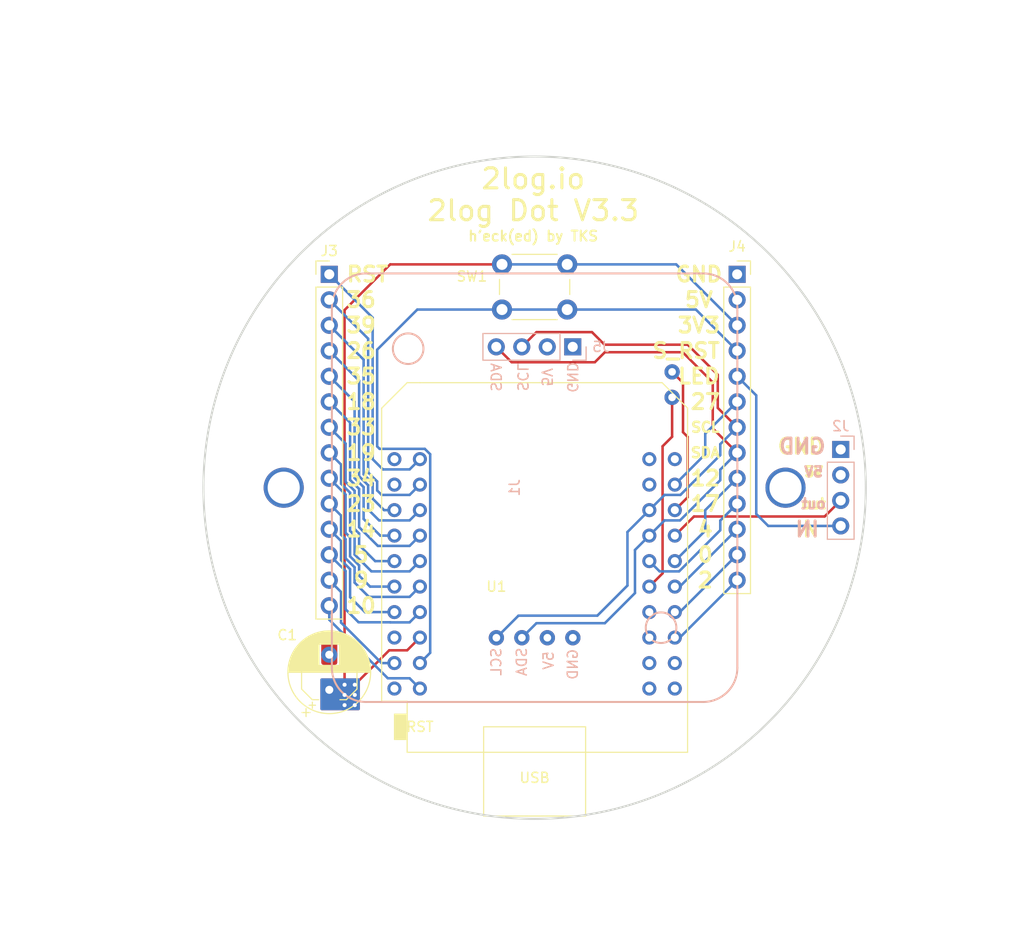
<source format=kicad_pcb>
(kicad_pcb (version 20211014) (generator pcbnew)
  (title_block (title "2log Dot") (date "2022-02-10") (rev "3.2") (company "2log.io, h'ecked by TKS"))
  (layers (0 "F.Cu" signal) (1 "In1.Cu" signal) (2 "In2.Cu" signal) (31 "B.Cu" signal) (34 "B.Paste" user) (35 "F.Paste" user) (36 "B.SilkS" user "B.Silkscreen") (37 "F.SilkS" user "F.Silkscreen") (38 "B.Mask" user) (39 "F.Mask" user) (44 "Edge.Cuts" user))
  (net 0 "")
  (net 1 "+3V3")
  (net 2 "GND")
  (net 3 "/SCL")
  (net 4 "/SDA")
  (net 5 "+5V")
  (net 6 "/NFC_IRQ")
  (net 7 "/NRF_RST")
  (net 8 "/NEOPIXEL")
  (net 9 "/S_RES")
  (net 14 "/RST")
  (net 15 "/IO_36")
  (net 16 "/IO_39")
  (net 17 "/IO_26")
  (net 18 "/IO_35")
  (net 19 "/IO_18")
  (net 22 "/IO_33")
  (net 24 "/IO_19")
  (net 26 "/IO_34")
  (net 27 "/IO_23")
  (net 28 "/IO_14")
  (net 29 "/IO_05")
  (net 30 "/IO_09")
  (net 31 "/IO_10")
  (net 32 "/IO_27")
  (net 33 "/IO_17")
  (net 34 "/IO_12")
  (net 35 "/IO_04")
  (net 36 "/IO_00")
  (net 38 "/IO_02")
  (net 39 "/NEOPIXEL_OUT")
  (footprint "Connector_PinHeader_2.54mm:PinHeader_1x14_P2.54mm_Vertical" (layer "F.Cu") (at 129.54 78.74)
    (fp_text reference "J3" (at 0 -2.33) (layer "F.SilkS"))
    (fp_text value "Conn_01x14_Male")
    (pad "1" thru_hole rect locked (at 0 0) (size 1.7 1.7) (drill 1) (layers *.Cu *.Mask) (net 14 "/RST"))
    (pad "2" thru_hole oval locked (at 0 2.54) (size 1.7 1.7) (drill 1) (layers *.Cu *.Mask) (net 15 "/IO_36"))
    (pad "3" thru_hole oval locked (at 0 5.08) (size 1.7 1.7) (drill 1) (layers *.Cu *.Mask) (net 16 "/IO_39"))
    (pad "4" thru_hole oval locked (at 0 7.62) (size 1.7 1.7) (drill 1) (layers *.Cu *.Mask) (net 17 "/IO_26"))
    (pad "5" thru_hole oval locked (at 0 10.16) (size 1.7 1.7) (drill 1) (layers *.Cu *.Mask) (net 18 "/IO_35"))
    (pad "6" thru_hole oval locked (at 0 12.7) (size 1.7 1.7) (drill 1) (layers *.Cu *.Mask) (net 19 "/IO_18"))
    (pad "7" thru_hole oval locked (at 0 15.24) (size 1.7 1.7) (drill 1) (layers *.Cu *.Mask) (net 22 "/IO_33"))
    (pad "8" thru_hole oval locked (at 0 17.78) (size 1.7 1.7) (drill 1) (layers *.Cu *.Mask) (net 24 "/IO_19"))
    (pad "9" thru_hole oval locked (at 0 20.32) (size 1.7 1.7) (drill 1) (layers *.Cu *.Mask) (net 26 "/IO_34"))
    (pad "10" thru_hole oval locked (at 0 22.86) (size 1.7 1.7) (drill 1) (layers *.Cu *.Mask) (net 27 "/IO_23"))
    (pad "11" thru_hole oval locked (at 0 25.4) (size 1.7 1.7) (drill 1) (layers *.Cu *.Mask) (net 28 "/IO_14"))
    (pad "12" thru_hole oval locked (at 0 27.94) (size 1.7 1.7) (drill 1) (layers *.Cu *.Mask) (net 29 "/IO_05"))
    (pad "13" thru_hole oval locked (at 0 30.48) (size 1.7 1.7) (drill 1) (layers *.Cu *.Mask) (net 30 "/IO_09"))
    (pad "14" thru_hole oval locked (at 0 33.02) (size 1.7 1.7) (drill 1) (layers *.Cu *.Mask) (net 31 "/IO_10"))
  )
  (footprint "Capacitor_THT:CP_Radial_D8.0mm_P3.50mm" (layer "F.Cu") (at 129.54 120.142 90)
    (fp_text reference "C1_ALT" hide)
    (fp_text value "CP_Radial_D8.0mm_P3.50mm")
    (pad "1" thru_hole rect locked (at 0 0 90) (size 1.6 1.6) (drill 0.8) (layers *.Cu *.Mask) (net 1 "+3V3"))
    (pad "2" thru_hole circle locked (at 3.5 0 90) (size 1.6 1.6) (drill 0.8) (layers *.Cu *.Mask) (net 2 "GND"))
  )
  (footprint "Capacitor_SMD:CP_Elec_5x3" (layer "F.Cu") (at 129.54 118.364 90)
    (fp_text reference "C1" (at 3.683 -4.191) (layer "F.SilkS"))
    (fp_text value "10u+")
    (pad "1" smd roundrect locked (at -2.2 0 90) (size 3 1.6) (layers "F.Cu" "F.Paste" "F.Mask") (roundrect_rratio 0.15625) (net 1 "+3V3"))
    (pad "2" smd roundrect locked (at 2.2 0 90) (size 3 1.6) (layers "F.Cu" "F.Paste" "F.Mask") (roundrect_rratio 0.15625) (net 2 "GND"))
  )
  (footprint "Button_Switch_THT:SW_PUSH_6mm" (layer "F.Cu") (at 146.75 77.75)
    (fp_text reference "SW1" (at -3 1.2) (layer "F.SilkS"))
    (fp_text value "SOFT_RESET")
    (pad "1" thru_hole circle locked (at 0 0 90) (size 2 2) (drill 1.1) (layers *.Cu *.Mask) (net 1 "+3V3"))
    (pad "1" thru_hole circle locked (at 6.5 0 90) (size 2 2) (drill 1.1) (layers *.Cu *.Mask) (net 1 "+3V3"))
    (pad "2" thru_hole circle locked (at 0 4.5 90) (size 2 2) (drill 1.1) (layers *.Cu *.Mask) (net 9 "/S_RES"))
    (pad "2" thru_hole circle locked (at 6.5 4.5 90) (size 2 2) (drill 1.1) (layers *.Cu *.Mask) (net 9 "/S_RES"))
  )
  (footprint "ESP32_mini:ESP32_mini" (layer "F.Cu") (at 150 108.585)
    (fp_text reference "U1" (at -3.81 1.27) (layer "F.SilkS"))
    (fp_text value "mini_esp32")
    (fp_text user "RST" (at -11.43 15.24) (layer "F.SilkS"))
    (fp_text user "USB" (at 0 20.32) (layer "F.SilkS"))
    (pad "1" thru_hole circle locked (at -13.97 -11.43 270) (size 1.4 1.4) (drill 0.8) (layers *.Cu *.Mask) (net 2 "GND"))
    (pad "2" thru_hole circle locked (at -11.43 -11.43 270) (size 1.4 1.4) (drill 0.8) (layers *.Cu *.Mask) (net 14 "/RST"))
    (pad "3" thru_hole circle locked (at -13.97 -8.89 270) (size 1.4 1.4) (drill 0.8) (layers *.Cu *.Mask))
    (pad "4" thru_hole circle locked (at -11.43 -8.89 270) (size 1.4 1.4) (drill 0.8) (layers *.Cu *.Mask) (net 15 "/IO_36"))
    (pad "5" thru_hole circle locked (at -13.97 -6.35 270) (size 1.4 1.4) (drill 0.8) (layers *.Cu *.Mask) (net 16 "/IO_39"))
    (pad "6" thru_hole circle locked (at -11.43 -6.35 270) (size 1.4 1.4) (drill 0.8) (layers *.Cu *.Mask) (net 17 "/IO_26"))
    (pad "7" thru_hole circle locked (at -13.97 -3.81 270) (size 1.4 1.4) (drill 0.8) (layers *.Cu *.Mask) (net 18 "/IO_35"))
    (pad "8" thru_hole circle locked (at -11.43 -3.81 270) (size 1.4 1.4) (drill 0.8) (layers *.Cu *.Mask) (net 19 "/IO_18"))
    (pad "9" thru_hole circle locked (at -13.97 -1.27 270) (size 1.4 1.4) (drill 0.8) (layers *.Cu *.Mask) (net 22 "/IO_33"))
    (pad "10" thru_hole circle locked (at -11.43 -1.27 270) (size 1.4 1.4) (drill 0.8) (layers *.Cu *.Mask) (net 24 "/IO_19"))
    (pad "11" thru_hole circle locked (at -13.97 1.27 270) (size 1.4 1.4) (drill 0.8) (layers *.Cu *.Mask) (net 26 "/IO_34"))
    (pad "12" thru_hole circle locked (at -11.43 1.27 270) (size 1.4 1.4) (drill 0.8) (layers *.Cu *.Mask) (net 27 "/IO_23"))
    (pad "13" thru_hole circle locked (at -13.97 3.81 270) (size 1.4 1.4) (drill 0.8) (layers *.Cu *.Mask) (net 28 "/IO_14"))
    (pad "14" thru_hole circle locked (at -11.43 3.81 270) (size 1.4 1.4) (drill 0.8) (layers *.Cu *.Mask) (net 29 "/IO_05"))
    (pad "15" thru_hole circle locked (at -13.97 6.35 270) (size 1.4 1.4) (drill 0.8) (layers *.Cu *.Mask))
    (pad "16" thru_hole circle locked (at -11.43 6.35 270) (size 1.4 1.4) (drill 0.8) (layers *.Cu *.Mask) (net 1 "+3V3"))
    (pad "17" thru_hole circle locked (at -13.97 8.89 270) (size 1.4 1.4) (drill 0.8) (layers *.Cu *.Mask) (net 30 "/IO_09"))
    (pad "18" thru_hole circle locked (at -11.43 8.89 270) (size 1.4 1.4) (drill 0.8) (layers *.Cu *.Mask) (net 9 "/S_RES"))
    (pad "19" thru_hole circle locked (at -13.97 11.43 270) (size 1.4 1.4) (drill 0.8) (layers *.Cu *.Mask))
    (pad "20" thru_hole circle locked (at -11.43 11.43 270) (size 1.4 1.4) (drill 0.8) (layers *.Cu *.Mask) (net 31 "/IO_10"))
    (pad "21" thru_hole circle locked (at 11.43 -11.43 270) (size 1.4 1.4) (drill 0.8) (layers *.Cu *.Mask))
    (pad "22" thru_hole circle locked (at 13.97 -11.43 270) (size 1.4 1.4) (drill 0.8) (layers *.Cu *.Mask) (net 2 "GND"))
    (pad "23" thru_hole circle locked (at 11.43 -8.89 270) (size 1.4 1.4) (drill 0.8) (layers *.Cu *.Mask))
    (pad "24" thru_hole circle locked (at 13.97 -8.89 270) (size 1.4 1.4) (drill 0.8) (layers *.Cu *.Mask) (net 32 "/IO_27"))
    (pad "25" thru_hole circle locked (at 11.43 -6.35 270) (size 1.4 1.4) (drill 0.8) (layers *.Cu *.Mask) (net 3 "/SCL"))
    (pad "26" thru_hole circle locked (at 13.97 -6.35 270) (size 1.4 1.4) (drill 0.8) (layers *.Cu *.Mask) (net 7 "/NRF_RST"))
    (pad "27" thru_hole circle locked (at 11.43 -3.81 270) (size 1.4 1.4) (drill 0.8) (layers *.Cu *.Mask) (net 4 "/SDA"))
    (pad "28" thru_hole circle locked (at 13.97 -3.81 270) (size 1.4 1.4) (drill 0.8) (layers *.Cu *.Mask) (net 8 "/NEOPIXEL"))
    (pad "29" thru_hole circle locked (at 11.43 -1.27 270) (size 1.4 1.4) (drill 0.8) (layers *.Cu *.Mask) (net 33 "/IO_17"))
    (pad "30" thru_hole circle locked (at 13.97 -1.27 270) (size 1.4 1.4) (drill 0.8) (layers *.Cu *.Mask) (net 34 "/IO_12"))
    (pad "31" thru_hole circle locked (at 11.43 1.27 270) (size 1.4 1.4) (drill 0.8) (layers *.Cu *.Mask) (net 6 "/NFC_IRQ"))
    (pad "32" thru_hole circle locked (at 13.97 1.27 270) (size 1.4 1.4) (drill 0.8) (layers *.Cu *.Mask) (net 35 "/IO_04"))
    (pad "33" thru_hole circle locked (at 11.43 3.81 270) (size 1.4 1.4) (drill 0.8) (layers *.Cu *.Mask) (net 2 "GND"))
    (pad "34" thru_hole circle locked (at 13.97 3.81 270) (size 1.4 1.4) (drill 0.8) (layers *.Cu *.Mask) (net 36 "/IO_00"))
    (pad "35" thru_hole circle locked (at 11.43 6.35 270) (size 1.4 1.4) (drill 0.8) (layers *.Cu *.Mask) (net 5 "+5V"))
    (pad "36" thru_hole circle locked (at 13.97 6.35 270) (size 1.4 1.4) (drill 0.8) (layers *.Cu *.Mask) (net 38 "/IO_02"))
    (pad "37" thru_hole circle locked (at 11.43 8.89 270) (size 1.4 1.4) (drill 0.8) (layers *.Cu *.Mask))
    (pad "38" thru_hole circle locked (at 13.97 8.89 270) (size 1.4 1.4) (drill 0.8) (layers *.Cu *.Mask))
    (pad "39" thru_hole circle locked (at 11.43 11.43 270) (size 1.4 1.4) (drill 0.8) (layers *.Cu *.Mask))
    (pad "40" thru_hole circle locked (at 13.97 11.43 270) (size 1.4 1.4) (drill 0.8) (layers *.Cu *.Mask))
  )
  (footprint "Connector_PinSocket_2.54mm:PinSocket_1x13_P2.54mm_Vertical" (layer "F.Cu") (at 170.18 78.74)
    (fp_text reference "J4" (at 0 -2.77) (layer "F.SilkS"))
    (fp_text value "Conn_01x13_Male")
    (pad "1" thru_hole rect locked (at 0 0) (size 1.7 1.7) (drill 1) (layers *.Cu *.Mask) (net 2 "GND"))
    (pad "2" thru_hole oval locked (at 0 2.54) (size 1.7 1.7) (drill 1) (layers *.Cu *.Mask) (net 5 "+5V"))
    (pad "3" thru_hole oval locked (at 0 5.08) (size 1.7 1.7) (drill 1) (layers *.Cu *.Mask) (net 1 "+3V3"))
    (pad "4" thru_hole oval locked (at 0 7.62) (size 1.7 1.7) (drill 1) (layers *.Cu *.Mask) (net 9 "/S_RES"))
    (pad "5" thru_hole oval locked (at 0 10.16) (size 1.7 1.7) (drill 1) (layers *.Cu *.Mask) (net 39 "/NEOPIXEL_OUT"))
    (pad "6" thru_hole oval locked (at 0 12.7) (size 1.7 1.7) (drill 1) (layers *.Cu *.Mask) (net 32 "/IO_27"))
    (pad "7" thru_hole oval locked (at 0 15.24) (size 1.7 1.7) (drill 1) (layers *.Cu *.Mask) (net 3 "/SCL"))
    (pad "8" thru_hole oval locked (at 0 17.78) (size 1.7 1.7) (drill 1) (layers *.Cu *.Mask) (net 4 "/SDA"))
    (pad "9" thru_hole oval locked (at 0 20.32) (size 1.7 1.7) (drill 1) (layers *.Cu *.Mask) (net 34 "/IO_12"))
    (pad "10" thru_hole oval locked (at 0 22.86) (size 1.7 1.7) (drill 1) (layers *.Cu *.Mask) (net 33 "/IO_17"))
    (pad "11" thru_hole oval locked (at 0 25.4) (size 1.7 1.7) (drill 1) (layers *.Cu *.Mask) (net 35 "/IO_04"))
    (pad "12" thru_hole oval locked (at 0 27.94) (size 1.7 1.7) (drill 1) (layers *.Cu *.Mask) (net 36 "/IO_00"))
    (pad "13" thru_hole oval locked (at 0 30.48) (size 1.7 1.7) (drill 1) (layers *.Cu *.Mask) (net 38 "/IO_02"))
  )
  (footprint "Connector_PinHeader_2.54mm:PinHeader_1x04_P2.54mm_Vertical" (layer "B.Cu") (at 180.5 96.19 180)
    (fp_text reference "J2" (at 0 2.33) (layer "B.SilkS") (effects (justify mirror)))
    (fp_text value "NEOPIXEL_RING")
    (pad "1" thru_hole rect locked (at 0 0 180) (size 1.7 1.7) (drill 1) (layers *.Cu *.Mask) (net 2 "GND"))
    (pad "2" thru_hole oval locked (at 0 -2.54 180) (size 1.7 1.7) (drill 1) (layers *.Cu *.Mask) (net 5 "+5V"))
    (pad "3" thru_hole oval locked (at 0 -5.08 180) (size 1.7 1.7) (drill 1) (layers *.Cu *.Mask) (net 8 "/NEOPIXEL"))
    (pad "4" thru_hole oval locked (at 0 -7.62 180) (size 1.7 1.7) (drill 1) (layers *.Cu *.Mask) (net 39 "/NEOPIXEL_OUT"))
  )
  (footprint "Connector_PinHeader_2.54mm:PinHeader_1x04_P2.54mm_Vertical" (layer "B.Cu") (at 153.8 85.966 90)
    (fp_text reference "J5" (at 0 2.804) (layer "B.SilkS") (effects (justify mirror)))
    (fp_text value "I2C_OLED")
    (pad "1" thru_hole rect locked (at 0 0 90) (size 1.7 1.7) (drill 1) (layers *.Cu *.Mask) (net 2 "GND"))
    (pad "2" thru_hole oval locked (at 0 -2.54 90) (size 1.7 1.7) (drill 1) (layers *.Cu *.Mask) (net 5 "+5V"))
    (pad "3" thru_hole oval locked (at 0 -5.08 90) (size 1.7 1.7) (drill 1) (layers *.Cu *.Mask) (net 3 "/SCL"))
    (pad "4" thru_hole oval locked (at 0 -7.62 90) (size 1.7 1.7) (drill 1) (layers *.Cu *.Mask) (net 4 "/SDA"))
  )
  (footprint "2log:2log_elechouse_pn532" (layer "B.Cu") (at 150 100 -90)
    (fp_text reference "J1" (at 0 2 90 unlocked) (layer "B.SilkS") (effects (justify mirror)))
    (fp_text value "RFID")
    (pad "1" thru_hole circle (at 14.95 3.81 270) (size 1.524 1.524) (drill 0.762) (layers *.Cu *.Mask) (net 3 "/SCL"))
    (pad "2" thru_hole circle (at 14.95 1.27 270) (size 1.524 1.524) (drill 0.762) (layers *.Cu *.Mask) (net 4 "/SDA"))
    (pad "3" thru_hole circle (at 14.95 -1.27 270) (size 1.524 1.524) (drill 0.762) (layers *.Cu *.Mask) (net 5 "+5V"))
    (pad "4" thru_hole circle (at 14.95 -3.81 270) (size 1.524 1.524) (drill 0.762) (layers *.Cu *.Mask) (net 2 "GND"))
    (pad "5" thru_hole circle (at -9 -13.7 270) (size 1.524 1.524) (drill 0.762) (layers *.Cu *.Mask) (net 6 "/NFC_IRQ"))
    (pad "6" thru_hole circle (at -11.54 -13.7 270) (size 1.524 1.524) (drill 0.762) (layers *.Cu *.Mask) (net 7 "/NRF_RST"))
  )
  (gr_circle (center 150 100) (end 183 100) (layer "Edge.Cuts") (width 0.2) (fill none))
  (gr_text "GND" (at 153.75 89 270) (layer "B.SilkS") (effects (font (size 1 1)) (justify mirror)))
  (gr_text "GND" (at 153.797 117.602 90) (layer "B.SilkS") (effects (font (size 1 1)) (justify mirror)))
  (gr_text "SDA" (at 148.717 117.348 90) (layer "B.SilkS") (effects (font (size 1 1)) (justify mirror)))
  (gr_text "SCL" (at 148.797 89 270) (layer "B.SilkS") (effects (font (size 1 1)) (justify mirror)))
  (gr_text "5V" (at 151.384 117.221 90) (layer "B.SilkS") (effects (font (size 1 1)) (justify mirror)))
  (gr_text "5V" (at 151.21 89 270) (layer "B.SilkS") (effects (font (size 1 1)) (justify mirror)))
  (gr_text "IN" (at 177.165 104.14) (layer "B.SilkS") (effects (font (size 1.5 1.5) (thickness 0.3)) (justify mirror)))
  (gr_text "SDA" (at 146.13 89 270) (layer "B.SilkS") (effects (font (size 1 1)) (justify mirror)))
  (gr_text "out" (at 177.8 101.6) (layer "B.SilkS") (effects (font (size 1 1) (thickness 0.25)) (justify mirror)))
  (gr_text "GND" (at 176.679762 95.885) (layer "B.SilkS") (effects (font (size 1.5 1.5) (thickness 0.3)) (justify mirror)))
  (gr_text "5V" (at 177.8 98.425) (layer "B.SilkS") (effects (font (size 1 1) (thickness 0.25)) (justify mirror)))
  (gr_text "SCL" (at 146.177 117.348 90) (layer "B.SilkS") (effects (font (size 1 1)) (justify mirror)))
  (gr_text "LED" (at 166.37 88.9) (layer "F.SilkS") (effects (font (size 1.5 1.5) (thickness 0.3))))
  (gr_text "17" (at 167.005 101.6) (layer "F.SilkS") (effects (font (size 1.5 1.5) (thickness 0.3))))
  (gr_text "14" (at 132.715 104.14) (layer "F.SilkS") (effects (font (size 1.5 1.5) (thickness 0.3))))
  (gr_text "GND" (at 166.37 78.74) (layer "F.SilkS") (effects (font (size 1.5 1.5) (thickness 0.3))))
  (gr_text "36" (at 132.715 81.279987) (layer "F.SilkS") (effects (font (size 1.5 1.5) (thickness 0.3))))
  (gr_text "19" (at 132.715 96.52) (layer "F.SilkS") (effects (font (size 1.5 1.5) (thickness 0.3))))
  (gr_text "5V" (at 177.8 98.425) (layer "F.SilkS") (effects (font (size 1 1) (thickness 0.25))))
  (gr_text "S_RST" (at 165.1 86.36) (layer "F.SilkS") (effects (font (size 1.5 1.5) (thickness 0.3))))
  (gr_text "GND" (at 176.53 95.885) (layer "F.SilkS") (effects (font (size 1.5 1.5) (thickness 0.3))))
  (gr_text "3V3" (at 166.37 83.82) (layer "F.SilkS") (effects (font (size 1.5 1.5) (thickness 0.3))))
  (gr_text "0" (at 167.005 106.68) (layer "F.SilkS") (effects (font (size 1.5 1.5) (thickness 0.3))))
  (gr_text "out" (at 177.8 101.6) (layer "F.SilkS") (effects (font (size 1 1) (thickness 0.25))))
  (gr_text "2log Dot V3.3" (at 149.86 72.39) (layer "F.SilkS") (effects (font (size 2 2) (thickness 0.3))))
  (gr_text "4" (at 167.005 104.14) (layer "F.SilkS") (effects (font (size 1.5 1.5) (thickness 0.3))))
  (gr_text "39" (at 132.715 83.82) (layer "F.SilkS") (effects (font (size 1.5 1.5) (thickness 0.3))))
  (gr_text "35" (at 132.715 88.9) (layer "F.SilkS") (effects (font (size 1.5 1.5) (thickness 0.3))))
  (gr_text "12" (at 167.005 99.06) (layer "F.SilkS") (effects (font (size 1.5 1.5) (thickness 0.3))))
  (gr_text "SDA" (at 167.005 96.52) (layer "F.SilkS") (effects (font (size 1 1) (thickness 0.25))))
  (gr_text "23" (at 132.715 101.6) (layer "F.SilkS") (effects (font (size 1.5 1.5) (thickness 0.3))))
  (gr_text "10" (at 132.715 111.76) (layer "F.SilkS") (effects (font (size 1.5 1.5) (thickness 0.3))))
  (gr_text "h'eck(ed) by TKS" (at 149.86 74.93) (layer "F.SilkS") (effects (font (size 1 1) (thickness 0.2))))
  (gr_text "27" (at 167.005 91.44) (layer "F.SilkS") (effects (font (size 1.5 1.5) (thickness 0.3))))
  (gr_text "RST" (at 133.35 78.74) (layer "F.SilkS") (effects (font (size 1.5 1.5) (thickness 0.3))))
  (gr_text "18" (at 132.715 91.44) (layer "F.SilkS") (effects (font (size 1.5 1.5) (thickness 0.3))))
  (gr_text "5" (at 132.715 106.68) (layer "F.SilkS") (effects (font (size 1.5 1.5) (thickness 0.3))))
  (gr_text "5V" (at 166.37 81.28) (layer "F.SilkS") (effects (font (size 1.5 1.5) (thickness 0.3))))
  (gr_text "SCL" (at 167.005 93.98) (layer "F.SilkS") (effects (font (size 1 1) (thickness 0.25))))
  (gr_text "34" (at 132.715 99.06) (layer "F.SilkS") (effects (font (size 1.5 1.5) (thickness 0.3))))
  (gr_text "IN" (at 177.165 104.14) (layer "F.SilkS") (effects (font (size 1.5 1.5) (thickness 0.3))))
  (gr_text "9" (at 132.715 109.22) (layer "F.SilkS") (effects (font (size 1.5 1.5) (thickness 0.3))))
  (gr_text "26" (at 132.715 86.36) (layer "F.SilkS") (effects (font (size 1.5 1.5) (thickness 0.3))))
  (gr_text "2log.io" (at 149.86 69.215) (layer "F.SilkS") (effects (font (size 2 2) (thickness 0.3))))
  (gr_text "2" (at 167.005 109.22) (layer "F.SilkS") (effects (font (size 1.5 1.5) (thickness 0.3))))
  (gr_text "33" (at 132.715 93.98) (layer "F.SilkS") (effects (font (size 1.5 1.5) (thickness 0.3))))
  (segment (start 137.3 116.205) (end 138.57 114.935) (width 0.25) (layer "F.Cu") (net 1))
  (segment (start 132.08 119.634) (end 135.509 116.205) (width 0.25) (layer "F.Cu") (net 1))
  (segment (start 131.064 82.296) (end 135.61 77.75) (width 0.25) (layer "F.Cu") (net 1))
  (segment (start 135.61 77.75) (end 146.75 77.75) (width 0.25) (layer "F.Cu") (net 1))
  (segment (start 131.064 119.634) (end 131.064 82.296) (width 0.25) (layer "F.Cu") (net 1))
  (segment (start 135.509 116.205) (end 137.3 116.205) (width 0.25) (layer "F.Cu") (net 1))
  (via (at 131.064 119.634) (size 0.8) (drill 0.4) (layers "F.Cu" "B.Cu") (net 1))
  (via (at 131.064 120.65) (size 0.8) (drill 0.4) (layers "F.Cu" "B.Cu") (net 1))
  (via (at 132.08 121.666) (size 0.8) (drill 0.4) (layers "F.Cu" "B.Cu") (net 1))
  (via (at 132.08 119.634) (size 0.8) (drill 0.4) (layers "F.Cu" "B.Cu") (net 1))
  (via (at 132.08 120.65) (size 0.8) (drill 0.4) (layers "F.Cu" "B.Cu") (net 1))
  (via (at 131.064 121.666) (size 0.8) (drill 0.4) (layers "F.Cu" "B.Cu") (net 1))
  (segment (start 164.11 77.75) (end 153.25 77.75) (width 0.25) (layer "B.Cu") (net 1))
  (segment (start 170.18 83.82) (end 164.11 77.75) (width 0.25) (layer "B.Cu") (net 1))
  (segment (start 146.75 77.75) (end 153.25 77.75) (width 0.25) (layer "B.Cu") (net 1))
  (via (at 175 100) (size 4) (drill 3.2) (layers "F.Cu" "B.Cu") (net 2))
  (via (at 125 100) (size 4) (drill 3.2) (layers "F.Cu" "B.Cu") (net 2))
  (segment (start 168.25 92.05) (end 170.18 93.98) (width 0.25) (layer "F.Cu") (net 3))
  (segment (start 168.25 88.75) (end 168.25 92.05) (width 0.25) (layer "F.Cu") (net 3))
  (segment (start 156.967 85.75) (end 165.25 85.75) (width 0.25) (layer "F.Cu") (net 3))
  (segment (start 148.72 85.966) (end 150.186 84.5) (width 0.25) (layer "F.Cu") (net 3))
  (segment (start 150.186 84.5) (end 155.717 84.5) (width 0.25) (layer "F.Cu") (net 3))
  (segment (start 155.717 84.5) (end 156.967 85.75) (width 0.25) (layer "F.Cu") (net 3))
  (segment (start 165.25 85.75) (end 168.25 88.75) (width 0.25) (layer "F.Cu") (net 3))
  (segment (start 168.5 96.75) (end 168.5 95.66) (width 0.25) (layer "B.Cu") (net 3))
  (segment (start 164.530489 100.719511) (end 168.5 96.75) (width 0.25) (layer "B.Cu") (net 3))
  (segment (start 168.5 95.66) (end 170.18 93.98) (width 0.25) (layer "B.Cu") (net 3))
  (segment (start 159.25 104.415) (end 159.25 109.75) (width 0.25) (layer "B.Cu") (net 3))
  (segment (start 162.945489 100.719511) (end 164.530489 100.719511) (width 0.25) (layer "B.Cu") (net 3))
  (segment (start 161.43 102.235) (end 159.25 104.415) (width 0.25) (layer "B.Cu") (net 3))
  (segment (start 159.25 109.75) (end 156.25 112.75) (width 0.25) (layer "B.Cu") (net 3))
  (segment (start 148.39 112.75) (end 146.19 114.95) (width 0.25) (layer "B.Cu") (net 3))
  (segment (start 161.43 102.235) (end 162.945489 100.719511) (width 0.25) (layer "B.Cu") (net 3))
  (segment (start 156.25 112.75) (end 148.39 112.75) (width 0.25) (layer "B.Cu") (net 3))
  (segment (start 170.18 96.52) (end 167.75 94.09) (width 0.25) (layer "F.Cu") (net 4))
  (segment (start 164.75 86.5) (end 157 86.5) (width 0.25) (layer "F.Cu") (net 4))
  (segment (start 157 86.5) (end 156 87.5) (width 0.25) (layer "F.Cu") (net 4))
  (segment (start 156 87.5) (end 147.714 87.5) (width 0.25) (layer "F.Cu") (net 4))
  (segment (start 147.714 87.5) (end 146.18 85.966) (width 0.25) (layer "F.Cu") (net 4))
  (segment (start 167.75 89.5) (end 164.75 86.5) (width 0.25) (layer "F.Cu") (net 4))
  (segment (start 167.75 94.09) (end 167.75 89.5) (width 0.25) (layer "F.Cu") (net 4))
  (segment (start 168.5 98.2) (end 170.18 96.52) (width 0.25) (layer "B.Cu") (net 4))
  (segment (start 161.43 104.775) (end 160 106.205) (width 0.25) (layer "B.Cu") (net 4))
  (segment (start 160 106.205) (end 160 110.5) (width 0.25) (layer "B.Cu") (net 4))
  (segment (start 164.490489 103.259511) (end 168.5 99.25) (width 0.25) (layer "B.Cu") (net 4))
  (segment (start 160 110.5) (end 157 113.5) (width 0.25) (layer "B.Cu") (net 4))
  (segment (start 162.945489 103.259511) (end 164.490489 103.259511) (width 0.25) (layer "B.Cu") (net 4))
  (segment (start 161.43 104.775) (end 162.945489 103.259511) (width 0.25) (layer "B.Cu") (net 4))
  (segment (start 157 113.5) (end 150.18 113.5) (width 0.25) (layer "B.Cu") (net 4))
  (segment (start 168.5 99.25) (end 168.5 98.2) (width 0.25) (layer "B.Cu") (net 4))
  (segment (start 150.18 113.5) (end 148.73 114.95) (width 0.25) (layer "B.Cu") (net 4))
  (segment (start 162.75 95.871804) (end 162.75 108.535) (width 0.25) (layer "F.Cu") (net 6))
  (segment (start 163.7 91) (end 163.7 94.921804) (width 0.25) (layer "F.Cu") (net 6))
  (segment (start 163.7 94.921804) (end 162.75 95.871804) (width 0.25) (layer "F.Cu") (net 6))
  (segment (start 162.75 108.535) (end 161.43 109.855) (width 0.25) (layer "F.Cu") (net 6))
  (segment (start 165.25 100.955) (end 163.97 102.235) (width 0.25) (layer "F.Cu") (net 7))
  (segment (start 164.786511 94.471011) (end 165.25 94.9345) (width 0.25) (layer "F.Cu") (net 7))
  (segment (start 164.786511 89.546511) (end 164.786511 94.471011) (width 0.25) (layer "F.Cu") (net 7))
  (segment (start 163.7 88.46) (end 164.786511 89.546511) (width 0.25) (layer "F.Cu") (net 7))
  (segment (start 165.25 94.9345) (end 165.25 100.955) (width 0.25) (layer "F.Cu") (net 7))
  (segment (start 165.875 102.87) (end 178.9 102.87) (width 0.25) (layer "F.Cu") (net 8))
  (segment (start 163.97 104.775) (end 165.875 102.87) (width 0.25) (layer "F.Cu") (net 8))
  (segment (start 178.9 102.87) (end 180.5 101.27) (width 0.25) (layer "F.Cu") (net 8))
  (segment (start 138.57 117.475) (end 139.594511 116.450489) (width 0.25) (layer "B.Cu") (net 9))
  (segment (start 153.25 82.25) (end 166.07 82.25) (width 0.25) (layer "B.Cu") (net 9))
  (segment (start 139.058469 96.130489) (end 134.55616 96.130489) (width 0.25) (layer "B.Cu") (net 9))
  (segment (start 146.75 82.25) (end 153.25 82.25) (width 0.25) (layer "B.Cu") (net 9))
  (segment (start 166.07 82.25) (end 169.862141 86.042141) (width 0.25) (layer "B.Cu") (net 9))
  (segment (start 139.594511 116.450489) (end 139.594511 96.666531) (width 0.25) (layer "B.Cu") (net 9))
  (segment (start 139.594511 96.666531) (end 139.058469 96.130489) (width 0.25) (layer "B.Cu") (net 9))
  (segment (start 134.310671 95.885) (end 134.310671 86.25) (width 0.25) (layer "B.Cu") (net 9))
  (segment (start 134.310671 86.25) (end 138.310671 82.25) (width 0.25) (layer "B.Cu") (net 9))
  (segment (start 134.55616 96.130489) (end 134.310671 95.885) (width 0.25) (layer "B.Cu") (net 9))
  (segment (start 138.310671 82.25) (end 146.75 82.25) (width 0.25) (layer "B.Cu") (net 9))
  (segment (start 133.861151 97.158151) (end 133.861151 83.061151) (width 0.25) (layer "B.Cu") (net 14))
  (segment (start 133.861151 83.061151) (end 129.54 78.74) (width 0.25) (layer "B.Cu") (net 14))
  (segment (start 137.545489 98.179511) (end 134.882511 98.179511) (width 0.25) (layer "B.Cu") (net 14))
  (segment (start 138.57 97.155) (end 137.545489 98.179511) (width 0.25) (layer "B.Cu") (net 14))
  (segment (start 134.882511 98.179511) (end 133.861151 97.158151) (width 0.25) (layer "B.Cu") (net 14))
  (segment (start 133.411631 85.151631) (end 129.54 81.28) (width 0.25) (layer "B.Cu") (net 15))
  (segment (start 138.57 99.695) (end 137.545489 100.719511) (width 0.25) (layer "B.Cu") (net 15))
  (segment (start 133.411631 98.481605) (end 133.411631 85.151631) (width 0.25) (layer "B.Cu") (net 15))
  (segment (start 134.310671 100.274671) (end 134.310671 99.380645) (width 0.25) (layer "B.Cu") (net 15))
  (segment (start 134.310671 99.380645) (end 133.411631 98.481605) (width 0.25) (layer "B.Cu") (net 15))
  (segment (start 134.755511 100.719511) (end 134.310671 100.274671) (width 0.25) (layer "B.Cu") (net 15))
  (segment (start 137.545489 100.719511) (end 134.755511 100.719511) (width 0.25) (layer "B.Cu") (net 15))
  (segment (start 133.861151 101.095151) (end 133.861151 99.566843) (width 0.25) (layer "B.Cu") (net 16))
  (segment (start 132.962111 98.667802) (end 132.962111 87.242111) (width 0.25) (layer "B.Cu") (net 16))
  (segment (start 136.03 102.235) (end 135.001 102.235) (width 0.25) (layer "B.Cu") (net 16))
  (segment (start 132.962111 87.242111) (end 129.54 83.82) (width 0.25) (layer "B.Cu") (net 16))
  (segment (start 133.861151 99.566843) (end 132.962111 98.667802) (width 0.25) (layer "B.Cu") (net 16))
  (segment (start 135.001 102.235) (end 133.861151 101.095151) (width 0.25) (layer "B.Cu") (net 16))
  (segment (start 133.411631 102.169631) (end 133.411631 99.753041) (width 0.25) (layer "B.Cu") (net 17))
  (segment (start 137.545489 103.259511) (end 134.501511 103.259511) (width 0.25) (layer "B.Cu") (net 17))
  (segment (start 134.501511 103.259511) (end 133.411631 102.169631) (width 0.25) (layer "B.Cu") (net 17))
  (segment (start 138.57 102.235) (end 137.545489 103.259511) (width 0.25) (layer "B.Cu") (net 17))
  (segment (start 133.411631 99.753041) (end 132.512591 98.854001) (width 0.25) (layer "B.Cu") (net 17))
  (segment (start 132.512591 98.854001) (end 132.512591 89.332591) (width 0.25) (layer "B.Cu") (net 17))
  (segment (start 132.512591 89.332591) (end 129.54 86.36) (width 0.25) (layer "B.Cu") (net 17))
  (segment (start 132.063071 91.423071) (end 129.54 88.9) (width 0.25) (layer "B.Cu") (net 18))
  (segment (start 134.62 104.775) (end 132.962111 103.117111) (width 0.25) (layer "B.Cu") (net 18))
  (segment (start 132.063071 99.040198) (end 132.063071 91.423071) (width 0.25) (layer "B.Cu") (net 18))
  (segment (start 136.03 104.775) (end 134.62 104.775) (width 0.25) (layer "B.Cu") (net 18))
  (segment (start 132.962111 99.939239) (end 132.063071 99.040198) (width 0.25) (layer "B.Cu") (net 18))
  (segment (start 132.962111 103.117111) (end 132.962111 99.939239) (width 0.25) (layer "B.Cu") (net 18))
  (segment (start 132.512591 103.934004) (end 132.512591 100.125437) (width 0.25) (layer "B.Cu") (net 19))
  (segment (start 131.613551 93.513551) (end 129.54 91.44) (width 0.25) (layer "B.Cu") (net 19))
  (segment (start 131.613551 99.226397) (end 131.613551 93.513551) (width 0.25) (layer "B.Cu") (net 19))
  (segment (start 134.378099 105.799511) (end 132.512591 103.934004) (width 0.25) (layer "B.Cu") (net 19))
  (segment (start 132.512591 100.125437) (end 131.613551 99.226397) (width 0.25) (layer "B.Cu") (net 19))
  (segment (start 137.545489 105.799511) (end 134.378099 105.799511) (width 0.25) (layer "B.Cu") (net 19))
  (segment (start 138.57 104.775) (end 137.545489 105.799511) (width 0.25) (layer "B.Cu") (net 19))
  (segment (start 132.51259 105.71559) (end 132.512589 104.569719) (width 0.25) (layer "B.Cu") (net 22))
  (segment (start 136.03 107.315) (end 134.112 107.315) (width 0.25) (layer "B.Cu") (net 22))
  (segment (start 131.164031 95.604031) (end 129.54 93.98) (width 0.25) (layer "B.Cu") (net 22))
  (segment (start 134.112 107.315) (end 132.51259 105.71559) (width 0.25) (layer "B.Cu") (net 22))
  (segment (start 131.164031 99.412595) (end 131.164031 95.604031) (width 0.25) (layer "B.Cu") (net 22))
  (segment (start 132.063071 100.311635) (end 131.164031 99.412595) (width 0.25) (layer "B.Cu") (net 22))
  (segment (start 132.512589 104.569719) (end 132.063071 104.120202) (width 0.25) (layer "B.Cu") (net 22))
  (segment (start 132.063071 104.120202) (end 132.063071 100.311635) (width 0.25) (layer "B.Cu") (net 22))
  (segment (start 131.613551 104.306399) (end 131.613551 100.497833) (width 0.25) (layer "B.Cu") (net 24))
  (segment (start 137.545489 108.339511) (end 133.742383 108.339511) (width 0.25) (layer "B.Cu") (net 24))
  (segment (start 132.06307 104.755917) (end 131.613551 104.306399) (width 0.25) (layer "B.Cu") (net 24))
  (segment (start 133.742383 108.339511) (end 132.06307 106.660198) (width 0.25) (layer "B.Cu") (net 24))
  (segment (start 130.714511 99.598793) (end 130.714511 97.694511) (width 0.25) (layer "B.Cu") (net 24))
  (segment (start 138.57 107.315) (end 137.545489 108.339511) (width 0.25) (layer "B.Cu") (net 24))
  (segment (start 132.06307 106.660198) (end 132.06307 104.755917) (width 0.25) (layer "B.Cu") (net 24))
  (segment (start 130.714511 97.694511) (end 129.54 96.52) (width 0.25) (layer "B.Cu") (net 24))
  (segment (start 131.613551 100.497833) (end 130.714511 99.598793) (width 0.25) (layer "B.Cu") (net 24))
  (segment (start 136.03 109.855) (end 133.604 109.855) (width 0.25) (layer "B.Cu") (net 26))
  (segment (start 133.604 109.855) (end 132.512591 108.763591) (width 0.25) (layer "B.Cu") (net 26))
  (segment (start 131.164031 100.684031) (end 129.54 99.06) (width 0.25) (layer "B.Cu") (net 26))
  (segment (start 131.613551 106.846397) (end 131.613551 104.942115) (width 0.25) (layer "B.Cu") (net 26))
  (segment (start 131.613551 104.942115) (end 131.164031 104.492596) (width 0.25) (layer "B.Cu") (net 26))
  (segment (start 131.164031 104.492596) (end 131.164031 100.684031) (width 0.25) (layer "B.Cu") (net 26))
  (segment (start 132.512591 108.763591) (end 132.512591 107.745438) (width 0.25) (layer "B.Cu") (net 26))
  (segment (start 132.512591 107.745438) (end 131.613551 106.846397) (width 0.25) (layer "B.Cu") (net 26))
  (segment (start 138.57 109.855) (end 137.545489 110.879511) (width 0.25) (layer "B.Cu") (net 27))
  (segment (start 130.714511 102.774511) (end 129.54 101.6) (width 0.25) (layer "B.Cu") (net 27))
  (segment (start 137.545489 110.879511) (end 133.485511 110.879511) (width 0.25) (layer "B.Cu") (net 27))
  (segment (start 131.164031 105.128313) (end 130.714511 104.678793) (width 0.25) (layer "B.Cu") (net 27))
  (segment (start 132.063071 107.931635) (end 131.164031 107.032595) (width 0.25) (layer "B.Cu") (net 27))
  (segment (start 133.485511 110.879511) (end 132.063071 109.457071) (width 0.25) (layer "B.Cu") (net 27))
  (segment (start 130.714511 104.678793) (end 130.714511 102.774511) (width 0.25) (layer "B.Cu") (net 27))
  (segment (start 131.164031 107.032595) (end 131.164031 105.128313) (width 0.25) (layer "B.Cu") (net 27))
  (segment (start 132.063071 109.457071) (end 132.063071 107.931635) (width 0.25) (layer "B.Cu") (net 27))
  (segment (start 131.613551 110.912551) (end 131.613551 108.117833) (width 0.25) (layer "B.Cu") (net 28))
  (segment (start 133.096 112.395) (end 131.613551 110.912551) (width 0.25) (layer "B.Cu") (net 28))
  (segment (start 130.714511 107.218793) (end 130.714511 105.314511) (width 0.25) (layer "B.Cu") (net 28))
  (segment (start 130.714511 105.314511) (end 129.54 104.14) (width 0.25) (layer "B.Cu") (net 28))
  (segment (start 131.613551 108.117833) (end 130.714511 107.218793) (width 0.25) (layer "B.Cu") (net 28))
  (segment (start 136.03 112.395) (end 133.096 112.395) (width 0.25) (layer "B.Cu") (net 28))
  (segment (start 131.164031 112.114031) (end 131.164031 108.304031) (width 0.25) (layer "B.Cu") (net 29))
  (segment (start 132.461 113.411) (end 131.164031 112.114031) (width 0.25) (layer "B.Cu") (net 29))
  (segment (start 135.605633 113.419511) (end 135.597122 113.411) (width 0.25) (layer "B.Cu") (net 29))
  (segment (start 131.164031 108.304031) (end 129.54 106.68) (width 0.25) (layer "B.Cu") (net 29))
  (segment (start 135.597122 113.411) (end 132.461 113.411) (width 0.25) (layer "B.Cu") (net 29))
  (segment (start 137.545489 113.419511) (end 135.605633 113.419511) (width 0.25) (layer "B.Cu") (net 29))
  (segment (start 138.57 112.395) (end 137.545489 113.419511) (width 0.25) (layer "B.Cu") (net 29))
  (segment (start 134.747 117.475) (end 130.714511 113.442511) (width 0.25) (layer "B.Cu") (net 30))
  (segment (start 136.03 117.475) (end 134.747 117.475) (width 0.25) (layer "B.Cu") (net 30))
  (segment (start 130.714511 113.442511) (end 130.714511 110.394511) (width 0.25) (layer "B.Cu") (net 30))
  (segment (start 130.714511 110.394511) (end 129.54 109.22) (width 0.25) (layer "B.Cu") (net 30))
  (segment (start 138.57 120.015) (end 137.545489 118.990489) (width 0.25) (layer "B.Cu") (net 31))
  (segment (start 129.54 113.157) (end 129.54 111.76) (width 0.25) (layer "B.Cu") (net 31))
  (segment (start 135.373489 118.990489) (end 129.54 113.157) (width 0.25) (layer "B.Cu") (net 31))
  (segment (start 137.545489 118.990489) (end 135.373489 118.990489) (width 0.25) (layer "B.Cu") (net 31))
  (segment (start 163.97 99.695) (end 167 96.665) (width 0.25) (layer "B.Cu") (net 32))
  (segment (start 167 94.62) (end 170.18 91.44) (width 0.25) (layer "B.Cu") (net 32))
  (segment (start 167 96.665) (end 167 94.62) (width 0.25) (layer "B.Cu") (net 32))
  (segment (start 161.43 107.315) (end 162.454511 108.339511) (width 0.25) (layer "B.Cu") (net 33))
  (segment (start 168.5 104.233878) (end 168.5 103.28) (width 0.25) (layer "B.Cu") (net 33))
  (segment (start 168.5 103.28) (end 170.18 101.6) (width 0.25) (layer "B.Cu") (net 33))
  (segment (start 164.394367 108.339511) (end 168.5 104.233878) (width 0.25) (layer "B.Cu") (net 33))
  (segment (start 162.454511 108.339511) (end 164.394367 108.339511) (width 0.25) (layer "B.Cu") (net 33))
  (segment (start 167 104.285) (end 167 102.24) (width 0.25) (layer "B.Cu") (net 34))
  (segment (start 163.97 107.315) (end 167 104.285) (width 0.25) (layer "B.Cu") (net 34))
  (segment (start 167 102.24) (end 170.18 99.06) (width 0.25) (layer "B.Cu") (net 34))
  (segment (start 164.465 109.855) (end 170.18 104.14) (width 0.25) (layer "B.Cu") (net 35))
  (segment (start 163.97 109.855) (end 164.465 109.855) (width 0.25) (layer "B.Cu") (net 35))
  (segment (start 164.465 112.395) (end 170.18 106.68) (width 0.25) (layer "B.Cu") (net 36))
  (segment (start 163.97 112.395) (end 164.465 112.395) (width 0.25) (layer "B.Cu") (net 36))
  (segment (start 164.465 114.935) (end 170.18 109.22) (width 0.25) (layer "B.Cu") (net 38))
  (segment (start 163.97 114.935) (end 164.465 114.935) (width 0.25) (layer "B.Cu") (net 38))
  (segment (start 172.085 90.805) (end 170.18 88.9) (width 0.25) (layer "B.Cu") (net 39))
  (segment (start 172.085 102.616) (end 172.085 90.805) (width 0.25) (layer "B.Cu") (net 39))
  (segment (start 172.085 102.616) (end 173.279 103.81) (width 0.25) (layer "B.Cu") (net 39))
  (segment (start 173.279 103.81) (end 180.5 103.81) (width 0.25) (layer "B.Cu") (net 39))
  (zone (net 0) (net_name "") (layers "F.Cu" "In1.Cu" "In2.Cu" "B.Cu") (name "Antenna") (connect_pads (clearance 0)) (min_thickness 0.254)
    (keepout (tracks not_allowed) (vias not_allowed) (pads not_allowed) (copperpour not_allowed) (footprints allowed))
    (fill (thermal_gap 0.508) (thermal_bridge_width 0.508))
    (polygon (pts (xy 162.687 95.758) (xy 134.62 95.758) (xy 134.62 89.535) (xy 162.687 89.535)))
  )
  (zone (net 1) (net_name "+3V3") (layers F&B.Cu) (name "Antenna") (priority 1) (connect_pads yes (clearance 0)) (min_thickness 0.254) (fill yes (thermal_gap 0.508) (thermal_bridge_width 0.508))
    (polygon (pts (xy 132.588 122.174) (xy 128.651 122.174) (xy 128.651 118.999) (xy 132.588 118.999)))
  )
)
</source>
